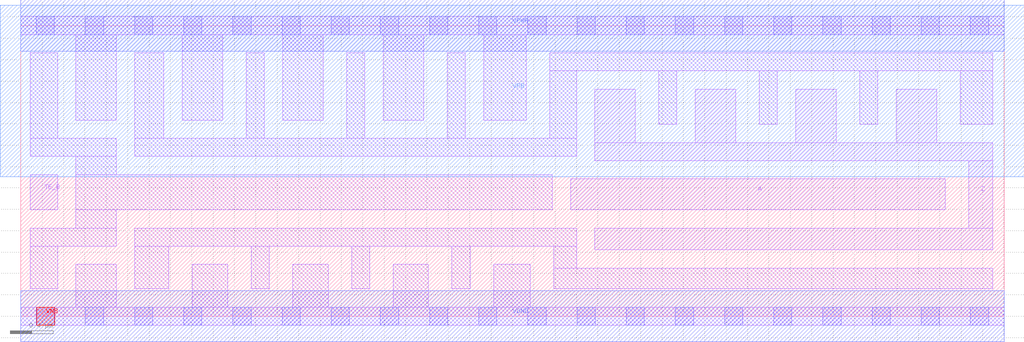
<source format=lef>
# Copyright 2020 The SkyWater PDK Authors
#
# Licensed under the Apache License, Version 2.0 (the "License");
# you may not use this file except in compliance with the License.
# You may obtain a copy of the License at
#
#     https://www.apache.org/licenses/LICENSE-2.0
#
# Unless required by applicable law or agreed to in writing, software
# distributed under the License is distributed on an "AS IS" BASIS,
# WITHOUT WARRANTIES OR CONDITIONS OF ANY KIND, either express or implied.
# See the License for the specific language governing permissions and
# limitations under the License.
#
# SPDX-License-Identifier: Apache-2.0

VERSION 5.7 ;
  NOWIREEXTENSIONATPIN ON ;
  DIVIDERCHAR "/" ;
  BUSBITCHARS "[]" ;
PROPERTYDEFINITIONS
  MACRO maskLayoutSubType STRING ;
  MACRO prCellType STRING ;
  MACRO originalViewName STRING ;
END PROPERTYDEFINITIONS
MACRO sky130_fd_sc_hdll__einvn_8
  CLASS CORE ;
  FOREIGN sky130_fd_sc_hdll__einvn_8 ;
  ORIGIN  0.000000  0.000000 ;
  SIZE  9.200000 BY  2.720000 ;
  SYMMETRY X Y R90 ;
  SITE unithd ;
  PIN A
    ANTENNAGATEAREA  2.220000 ;
    DIRECTION INPUT ;
    USE SIGNAL ;
    PORT
      LAYER li1 ;
        RECT 5.145000 0.995000 8.650000 1.285000 ;
    END
  END A
  PIN TE_B
    ANTENNAGATEAREA  1.631100 ;
    DIRECTION INPUT ;
    USE SIGNAL ;
    PORT
      LAYER li1 ;
        RECT 0.090000 0.995000 0.345000 1.325000 ;
    END
  END TE_B
  PIN VGND
    ANTENNADIFFAREA  1.043250 ;
    DIRECTION INOUT ;
    USE SIGNAL ;
    PORT
      LAYER met1 ;
        RECT 0.000000 -0.240000 9.200000 0.240000 ;
    END
  END VGND
  PIN VPWR
    ANTENNADIFFAREA  1.411500 ;
    DIRECTION INOUT ;
    USE SIGNAL ;
    PORT
      LAYER met1 ;
        RECT 0.000000 2.480000 9.200000 2.960000 ;
    END
  END VPWR
  PIN Z
    ANTENNADIFFAREA  2.024500 ;
    DIRECTION OUTPUT ;
    USE SIGNAL ;
    PORT
      LAYER li1 ;
        RECT 5.370000 0.620000 9.095000 0.825000 ;
        RECT 5.370000 1.455000 9.095000 1.625000 ;
        RECT 5.370000 1.625000 5.750000 2.125000 ;
        RECT 6.310000 1.625000 6.690000 2.125000 ;
        RECT 7.250000 1.625000 7.630000 2.125000 ;
        RECT 8.190000 1.625000 8.570000 2.125000 ;
        RECT 8.870000 0.825000 9.095000 1.455000 ;
    END
  END Z
  PIN VNB
    DIRECTION INOUT ;
    USE GROUND ;
    PORT
      LAYER pwell ;
        RECT 0.150000 -0.085000 0.320000 0.085000 ;
    END
  END VNB
  PIN VPB
    DIRECTION INOUT ;
    USE POWER ;
    PORT
      LAYER nwell ;
        RECT -0.190000 1.305000 9.390000 2.910000 ;
    END
  END VPB
  OBS
    LAYER li1 ;
      RECT 0.000000 -0.085000 9.200000 0.085000 ;
      RECT 0.000000  2.635000 9.200000 2.805000 ;
      RECT 0.090000  0.255000 0.345000 0.655000 ;
      RECT 0.090000  0.655000 0.895000 0.825000 ;
      RECT 0.090000  1.495000 0.895000 1.665000 ;
      RECT 0.090000  1.665000 0.345000 2.465000 ;
      RECT 0.515000  0.085000 0.895000 0.485000 ;
      RECT 0.515000  0.825000 0.895000 0.995000 ;
      RECT 0.515000  0.995000 4.975000 1.325000 ;
      RECT 0.515000  1.325000 0.895000 1.495000 ;
      RECT 0.515000  1.835000 0.895000 2.635000 ;
      RECT 1.065000  0.255000 1.385000 0.655000 ;
      RECT 1.065000  0.655000 5.200000 0.825000 ;
      RECT 1.065000  1.495000 5.200000 1.665000 ;
      RECT 1.065000  1.665000 1.340000 2.465000 ;
      RECT 1.510000  1.835000 1.890000 2.635000 ;
      RECT 1.605000  0.085000 1.935000 0.485000 ;
      RECT 2.110000  1.665000 2.280000 2.465000 ;
      RECT 2.155000  0.255000 2.325000 0.655000 ;
      RECT 2.450000  1.835000 2.830000 2.635000 ;
      RECT 2.545000  0.085000 2.875000 0.485000 ;
      RECT 3.050000  1.665000 3.220000 2.465000 ;
      RECT 3.095000  0.255000 3.265000 0.655000 ;
      RECT 3.390000  1.835000 3.770000 2.635000 ;
      RECT 3.485000  0.085000 3.815000 0.485000 ;
      RECT 3.990000  1.665000 4.160000 2.465000 ;
      RECT 4.035000  0.255000 4.205000 0.655000 ;
      RECT 4.330000  1.835000 4.730000 2.635000 ;
      RECT 4.425000  0.085000 4.765000 0.485000 ;
      RECT 4.950000  1.665000 5.200000 2.295000 ;
      RECT 4.950000  2.295000 9.095000 2.465000 ;
      RECT 4.985000  0.255000 9.095000 0.450000 ;
      RECT 4.985000  0.450000 5.200000 0.655000 ;
      RECT 5.970000  1.795000 6.140000 2.295000 ;
      RECT 6.910000  1.795000 7.080000 2.295000 ;
      RECT 7.850000  1.795000 8.020000 2.295000 ;
      RECT 8.790000  1.795000 9.095000 2.295000 ;
    LAYER mcon ;
      RECT 0.145000 -0.085000 0.315000 0.085000 ;
      RECT 0.145000  2.635000 0.315000 2.805000 ;
      RECT 0.605000 -0.085000 0.775000 0.085000 ;
      RECT 0.605000  2.635000 0.775000 2.805000 ;
      RECT 1.065000 -0.085000 1.235000 0.085000 ;
      RECT 1.065000  2.635000 1.235000 2.805000 ;
      RECT 1.525000 -0.085000 1.695000 0.085000 ;
      RECT 1.525000  2.635000 1.695000 2.805000 ;
      RECT 1.985000 -0.085000 2.155000 0.085000 ;
      RECT 1.985000  2.635000 2.155000 2.805000 ;
      RECT 2.445000 -0.085000 2.615000 0.085000 ;
      RECT 2.445000  2.635000 2.615000 2.805000 ;
      RECT 2.905000 -0.085000 3.075000 0.085000 ;
      RECT 2.905000  2.635000 3.075000 2.805000 ;
      RECT 3.365000 -0.085000 3.535000 0.085000 ;
      RECT 3.365000  2.635000 3.535000 2.805000 ;
      RECT 3.825000 -0.085000 3.995000 0.085000 ;
      RECT 3.825000  2.635000 3.995000 2.805000 ;
      RECT 4.285000 -0.085000 4.455000 0.085000 ;
      RECT 4.285000  2.635000 4.455000 2.805000 ;
      RECT 4.745000 -0.085000 4.915000 0.085000 ;
      RECT 4.745000  2.635000 4.915000 2.805000 ;
      RECT 5.205000 -0.085000 5.375000 0.085000 ;
      RECT 5.205000  2.635000 5.375000 2.805000 ;
      RECT 5.665000 -0.085000 5.835000 0.085000 ;
      RECT 5.665000  2.635000 5.835000 2.805000 ;
      RECT 6.125000 -0.085000 6.295000 0.085000 ;
      RECT 6.125000  2.635000 6.295000 2.805000 ;
      RECT 6.585000 -0.085000 6.755000 0.085000 ;
      RECT 6.585000  2.635000 6.755000 2.805000 ;
      RECT 7.045000 -0.085000 7.215000 0.085000 ;
      RECT 7.045000  2.635000 7.215000 2.805000 ;
      RECT 7.505000 -0.085000 7.675000 0.085000 ;
      RECT 7.505000  2.635000 7.675000 2.805000 ;
      RECT 7.965000 -0.085000 8.135000 0.085000 ;
      RECT 7.965000  2.635000 8.135000 2.805000 ;
      RECT 8.425000 -0.085000 8.595000 0.085000 ;
      RECT 8.425000  2.635000 8.595000 2.805000 ;
      RECT 8.885000 -0.085000 9.055000 0.085000 ;
      RECT 8.885000  2.635000 9.055000 2.805000 ;
  END
  PROPERTY maskLayoutSubType "abstract" ;
  PROPERTY prCellType "standard" ;
  PROPERTY originalViewName "layout" ;
END sky130_fd_sc_hdll__einvn_8
END LIBRARY

</source>
